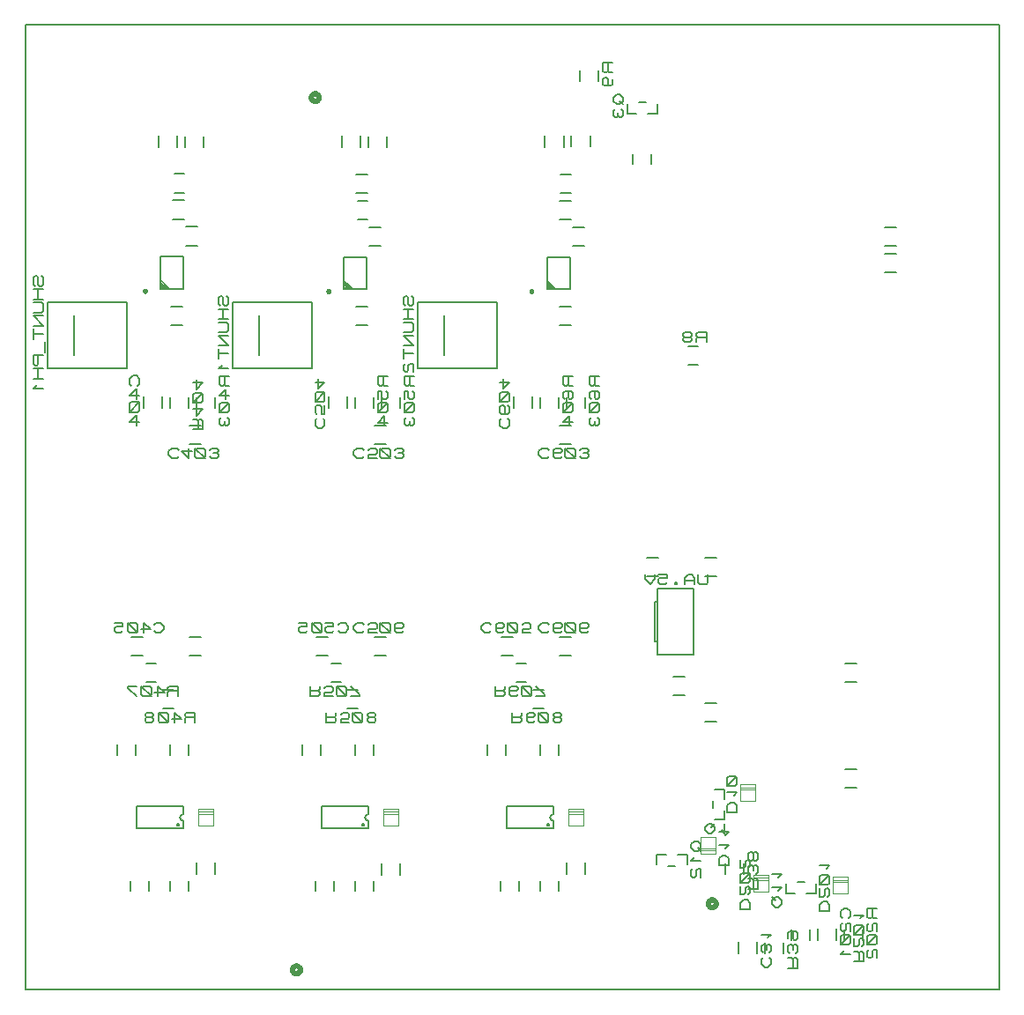
<source format=gbr>
G04 PROTEUS RS274X GERBER FILE*
%FSLAX45Y45*%
%MOMM*%
G01*
%ADD20C,0.203200*%
%ADD40C,0.200000*%
%ADD42C,0.101600*%
%ADD43C,0.250000*%
%ADD44C,0.100000*%
%ADD21C,0.508000*%
D20*
X+552000Y+254000D02*
X+9906000Y+254000D01*
X+9906000Y+9525000D01*
X+552000Y+9525000D01*
X+552000Y+254000D01*
D40*
X+8922000Y+7403000D02*
X+8812000Y+7403000D01*
X+8922000Y+7583000D02*
X+8812000Y+7583000D01*
X+8922000Y+7149000D02*
X+8812000Y+7149000D01*
X+8922000Y+7329000D02*
X+8812000Y+7329000D01*
X+6567000Y+8287000D02*
X+6567000Y+8187000D01*
X+6387000Y+8287000D02*
X+6387000Y+8187000D01*
X+8541000Y+3212000D02*
X+8431000Y+3212000D01*
X+8541000Y+3392000D02*
X+8431000Y+3392000D01*
X+8541000Y+2196000D02*
X+8431000Y+2196000D01*
X+8541000Y+2376000D02*
X+8431000Y+2376000D01*
X+7080000Y+3011000D02*
X+7190000Y+3011000D01*
X+7080000Y+2831000D02*
X+7190000Y+2831000D01*
X+6636000Y+4228000D02*
X+6526000Y+4228000D01*
X+6636000Y+4408000D02*
X+6526000Y+4408000D01*
X+7080000Y+4408000D02*
X+7190000Y+4408000D01*
X+7080000Y+4228000D02*
X+7190000Y+4228000D01*
X+6890000Y+3085000D02*
X+6780000Y+3085000D01*
X+6890000Y+3265000D02*
X+6780000Y+3265000D01*
D20*
X+2540000Y+6223000D02*
X+3302000Y+6223000D01*
X+3302000Y+6858000D01*
X+2540000Y+6858000D01*
X+2540000Y+6223000D01*
X+2794000Y+6731000D02*
X+2794000Y+6350000D01*
X+2484120Y+6921500D02*
X+2499360Y+6905625D01*
X+2499360Y+6842125D01*
X+2484120Y+6826250D01*
X+2468880Y+6826250D01*
X+2453640Y+6842125D01*
X+2453640Y+6905625D01*
X+2438400Y+6921500D01*
X+2423160Y+6921500D01*
X+2407920Y+6905625D01*
X+2407920Y+6842125D01*
X+2423160Y+6826250D01*
X+2499360Y+6794500D02*
X+2407920Y+6794500D01*
X+2407920Y+6699250D02*
X+2499360Y+6699250D01*
X+2453640Y+6794500D02*
X+2453640Y+6699250D01*
X+2407920Y+6667500D02*
X+2484120Y+6667500D01*
X+2499360Y+6651625D01*
X+2499360Y+6588125D01*
X+2484120Y+6572250D01*
X+2407920Y+6572250D01*
X+2499360Y+6540500D02*
X+2407920Y+6540500D01*
X+2499360Y+6445250D01*
X+2407920Y+6445250D01*
X+2407920Y+6413500D02*
X+2407920Y+6318250D01*
X+2407920Y+6365875D02*
X+2499360Y+6365875D01*
X+2438400Y+6254750D02*
X+2407920Y+6223000D01*
X+2499360Y+6223000D01*
X+4318000Y+6223000D02*
X+5080000Y+6223000D01*
X+5080000Y+6858000D01*
X+4318000Y+6858000D01*
X+4318000Y+6223000D01*
X+4572000Y+6731000D02*
X+4572000Y+6350000D01*
X+4262120Y+6921500D02*
X+4277360Y+6905625D01*
X+4277360Y+6842125D01*
X+4262120Y+6826250D01*
X+4246880Y+6826250D01*
X+4231640Y+6842125D01*
X+4231640Y+6905625D01*
X+4216400Y+6921500D01*
X+4201160Y+6921500D01*
X+4185920Y+6905625D01*
X+4185920Y+6842125D01*
X+4201160Y+6826250D01*
X+4277360Y+6794500D02*
X+4185920Y+6794500D01*
X+4185920Y+6699250D02*
X+4277360Y+6699250D01*
X+4231640Y+6794500D02*
X+4231640Y+6699250D01*
X+4185920Y+6667500D02*
X+4262120Y+6667500D01*
X+4277360Y+6651625D01*
X+4277360Y+6588125D01*
X+4262120Y+6572250D01*
X+4185920Y+6572250D01*
X+4277360Y+6540500D02*
X+4185920Y+6540500D01*
X+4277360Y+6445250D01*
X+4185920Y+6445250D01*
X+4185920Y+6413500D02*
X+4185920Y+6318250D01*
X+4185920Y+6365875D02*
X+4277360Y+6365875D01*
X+4201160Y+6270625D02*
X+4185920Y+6254750D01*
X+4185920Y+6207125D01*
X+4201160Y+6191250D01*
X+4216400Y+6191250D01*
X+4231640Y+6207125D01*
X+4231640Y+6254750D01*
X+4246880Y+6270625D01*
X+4277360Y+6270625D01*
X+4277360Y+6191250D01*
X+762000Y+6223000D02*
X+1524000Y+6223000D01*
X+1524000Y+6858000D01*
X+762000Y+6858000D01*
X+762000Y+6223000D01*
X+1016000Y+6731000D02*
X+1016000Y+6350000D01*
X+706120Y+7112000D02*
X+721360Y+7096125D01*
X+721360Y+7032625D01*
X+706120Y+7016750D01*
X+690880Y+7016750D01*
X+675640Y+7032625D01*
X+675640Y+7096125D01*
X+660400Y+7112000D01*
X+645160Y+7112000D01*
X+629920Y+7096125D01*
X+629920Y+7032625D01*
X+645160Y+7016750D01*
X+721360Y+6985000D02*
X+629920Y+6985000D01*
X+629920Y+6889750D02*
X+721360Y+6889750D01*
X+675640Y+6985000D02*
X+675640Y+6889750D01*
X+629920Y+6858000D02*
X+706120Y+6858000D01*
X+721360Y+6842125D01*
X+721360Y+6778625D01*
X+706120Y+6762750D01*
X+629920Y+6762750D01*
X+721360Y+6731000D02*
X+629920Y+6731000D01*
X+721360Y+6635750D01*
X+629920Y+6635750D01*
X+629920Y+6604000D02*
X+629920Y+6508750D01*
X+629920Y+6556375D02*
X+721360Y+6556375D01*
X+736600Y+6477000D02*
X+736600Y+6381750D01*
X+721360Y+6350000D02*
X+629920Y+6350000D01*
X+629920Y+6270625D01*
X+645160Y+6254750D01*
X+660400Y+6254750D01*
X+675640Y+6270625D01*
X+675640Y+6350000D01*
X+721360Y+6223000D02*
X+629920Y+6223000D01*
X+629920Y+6127750D02*
X+721360Y+6127750D01*
X+675640Y+6223000D02*
X+675640Y+6127750D01*
X+660400Y+6064250D02*
X+629920Y+6032500D01*
X+721360Y+6032500D01*
D40*
X+2237000Y+3466000D02*
X+2127000Y+3466000D01*
X+2237000Y+3646000D02*
X+2127000Y+3646000D01*
D20*
X+2065020Y+1803400D02*
X+2065020Y+1884362D01*
X+2054399Y+1886444D01*
X+2045833Y+1892164D01*
X+2040114Y+1900729D01*
X+2038032Y+1911350D01*
X+2065020Y+1938338D02*
X+2054399Y+1936256D01*
X+2045833Y+1930536D01*
X+2040114Y+1921971D01*
X+2038032Y+1911350D01*
X+2065020Y+1938338D02*
X+2065020Y+2019300D01*
X+1617980Y+1879600D02*
X+1617980Y+1943100D01*
X+2032000Y+1803400D02*
X+1651000Y+1803400D01*
X+2032000Y+2019300D02*
X+1651000Y+2019300D01*
X+2032000Y+1803400D02*
X+2065020Y+1803400D01*
X+2065020Y+2019300D02*
X+2032000Y+2019300D01*
X+1617980Y+1943100D02*
X+1617980Y+2019300D01*
X+1651000Y+2019300D01*
X+1651000Y+1803400D02*
X+1617980Y+1803400D01*
X+1617980Y+1879600D01*
X+2025904Y+1838960D02*
X+2025869Y+1839805D01*
X+2025582Y+1841496D01*
X+2024983Y+1843187D01*
X+2024003Y+1844878D01*
X+2022503Y+1846546D01*
X+2020812Y+1847766D01*
X+2019121Y+1848542D01*
X+2017430Y+1848979D01*
X+2015744Y+1849120D01*
X+2005584Y+1838960D02*
X+2005619Y+1839805D01*
X+2005906Y+1841496D01*
X+2006505Y+1843187D01*
X+2007485Y+1844878D01*
X+2008985Y+1846546D01*
X+2010676Y+1847766D01*
X+2012367Y+1848542D01*
X+2014058Y+1848979D01*
X+2015744Y+1849120D01*
X+2005584Y+1838960D02*
X+2005619Y+1838115D01*
X+2005906Y+1836424D01*
X+2006505Y+1834733D01*
X+2007485Y+1833042D01*
X+2008985Y+1831374D01*
X+2010676Y+1830154D01*
X+2012367Y+1829378D01*
X+2014058Y+1828941D01*
X+2015744Y+1828800D01*
X+2025904Y+1838960D02*
X+2025869Y+1838115D01*
X+2025582Y+1836424D01*
X+2024983Y+1834733D01*
X+2024003Y+1833042D01*
X+2022503Y+1831374D01*
X+2020812Y+1830154D01*
X+2019121Y+1829378D01*
X+2017430Y+1828941D01*
X+2015744Y+1828800D01*
D40*
X+2376000Y+1475000D02*
X+2376000Y+1365000D01*
X+2196000Y+1475000D02*
X+2196000Y+1365000D01*
D42*
X+2216000Y+1964590D02*
X+2356000Y+1964590D01*
X+2216000Y+1944590D02*
X+2356000Y+1944590D01*
X+2216000Y+1834590D02*
X+2356000Y+1834590D01*
X+2356000Y+1994590D01*
X+2216000Y+1994590D01*
X+2216000Y+1834590D01*
D40*
X+2122000Y+2608000D02*
X+2122000Y+2508000D01*
X+1942000Y+2608000D02*
X+1942000Y+2508000D01*
X+1614000Y+2608000D02*
X+1614000Y+2508000D01*
X+1434000Y+2608000D02*
X+1434000Y+2508000D01*
D43*
X+1713500Y+6969500D02*
X+1713457Y+6970539D01*
X+1713105Y+6972618D01*
X+1712368Y+6974697D01*
X+1711164Y+6976776D01*
X+1709323Y+6978826D01*
X+1707244Y+6980329D01*
X+1705165Y+6981286D01*
X+1703086Y+6981825D01*
X+1701007Y+6982000D01*
X+1701000Y+6982000D01*
X+1688500Y+6969500D02*
X+1688543Y+6970539D01*
X+1688895Y+6972618D01*
X+1689632Y+6974697D01*
X+1690836Y+6976776D01*
X+1692677Y+6978826D01*
X+1694756Y+6980329D01*
X+1696835Y+6981286D01*
X+1698914Y+6981825D01*
X+1700993Y+6982000D01*
X+1701000Y+6982000D01*
X+1688500Y+6969500D02*
X+1688543Y+6968461D01*
X+1688895Y+6966382D01*
X+1689632Y+6964303D01*
X+1690836Y+6962224D01*
X+1692677Y+6960174D01*
X+1694756Y+6958671D01*
X+1696835Y+6957714D01*
X+1698914Y+6957175D01*
X+1700993Y+6957000D01*
X+1701000Y+6957000D01*
X+1713500Y+6969500D02*
X+1713457Y+6968461D01*
X+1713105Y+6966382D01*
X+1712368Y+6964303D01*
X+1711164Y+6962224D01*
X+1709323Y+6960174D01*
X+1707244Y+6958671D01*
X+1705165Y+6957714D01*
X+1703086Y+6957175D01*
X+1701007Y+6957000D01*
X+1701000Y+6957000D01*
D40*
X+1851000Y+7299500D02*
X+2071000Y+7299500D01*
X+2071000Y+6989500D01*
X+1851000Y+6989500D01*
X+1851000Y+7299500D01*
D44*
X+1851000Y+6999500D02*
X+1861000Y+6989500D01*
X+1851000Y+7009500D02*
X+1871000Y+6989500D01*
X+1851000Y+7019500D02*
X+1881000Y+6989500D01*
X+1851000Y+7029500D02*
X+1891000Y+6989500D01*
X+1851000Y+7039500D02*
X+1901000Y+6989500D01*
X+1851000Y+7049500D02*
X+1911000Y+6989500D01*
X+1851000Y+7059500D02*
X+1921000Y+6989500D01*
X+1851000Y+7069500D02*
X+1931000Y+6989500D01*
X+1851000Y+7079500D02*
X+1941000Y+6989500D01*
D40*
X+1971000Y+7840000D02*
X+2081000Y+7840000D01*
X+1971000Y+7660000D02*
X+2081000Y+7660000D01*
X+1954000Y+6821000D02*
X+2064000Y+6821000D01*
X+1954000Y+6641000D02*
X+2064000Y+6641000D01*
X+1832000Y+8353000D02*
X+1832000Y+8463000D01*
X+2012000Y+8353000D02*
X+2012000Y+8463000D01*
X+2098000Y+7586000D02*
X+2208000Y+7586000D01*
X+2098000Y+7406000D02*
X+2208000Y+7406000D01*
X+2266000Y+8453000D02*
X+2266000Y+8353000D01*
X+2086000Y+8453000D02*
X+2086000Y+8353000D01*
X+1981000Y+8094000D02*
X+2081000Y+8094000D01*
X+1981000Y+7914000D02*
X+2081000Y+7914000D01*
D20*
X+3843020Y+1803400D02*
X+3843020Y+1884362D01*
X+3832399Y+1886444D01*
X+3823833Y+1892164D01*
X+3818114Y+1900729D01*
X+3816032Y+1911350D01*
X+3843020Y+1938338D02*
X+3832399Y+1936256D01*
X+3823833Y+1930536D01*
X+3818114Y+1921971D01*
X+3816032Y+1911350D01*
X+3843020Y+1938338D02*
X+3843020Y+2019300D01*
X+3395980Y+1879600D02*
X+3395980Y+1943100D01*
X+3810000Y+1803400D02*
X+3429000Y+1803400D01*
X+3810000Y+2019300D02*
X+3429000Y+2019300D01*
X+3810000Y+1803400D02*
X+3843020Y+1803400D01*
X+3843020Y+2019300D02*
X+3810000Y+2019300D01*
X+3395980Y+1943100D02*
X+3395980Y+2019300D01*
X+3429000Y+2019300D01*
X+3429000Y+1803400D02*
X+3395980Y+1803400D01*
X+3395980Y+1879600D01*
X+3803904Y+1838960D02*
X+3803869Y+1839805D01*
X+3803582Y+1841496D01*
X+3802983Y+1843187D01*
X+3802003Y+1844878D01*
X+3800503Y+1846546D01*
X+3798812Y+1847766D01*
X+3797121Y+1848542D01*
X+3795430Y+1848979D01*
X+3793744Y+1849120D01*
X+3783584Y+1838960D02*
X+3783619Y+1839805D01*
X+3783906Y+1841496D01*
X+3784505Y+1843187D01*
X+3785485Y+1844878D01*
X+3786985Y+1846546D01*
X+3788676Y+1847766D01*
X+3790367Y+1848542D01*
X+3792058Y+1848979D01*
X+3793744Y+1849120D01*
X+3783584Y+1838960D02*
X+3783619Y+1838115D01*
X+3783906Y+1836424D01*
X+3784505Y+1834733D01*
X+3785485Y+1833042D01*
X+3786985Y+1831374D01*
X+3788676Y+1830154D01*
X+3790367Y+1829378D01*
X+3792058Y+1828941D01*
X+3793744Y+1828800D01*
X+3803904Y+1838960D02*
X+3803869Y+1838115D01*
X+3803582Y+1836424D01*
X+3802983Y+1834733D01*
X+3802003Y+1833042D01*
X+3800503Y+1831374D01*
X+3798812Y+1830154D01*
X+3797121Y+1829378D01*
X+3795430Y+1828941D01*
X+3793744Y+1828800D01*
D40*
X+3900000Y+2608000D02*
X+3900000Y+2508000D01*
X+3720000Y+2608000D02*
X+3720000Y+2508000D01*
X+3392000Y+2608000D02*
X+3392000Y+2508000D01*
X+3212000Y+2608000D02*
X+3212000Y+2508000D01*
X+4154000Y+1466707D02*
X+4154000Y+1356707D01*
X+3974000Y+1466707D02*
X+3974000Y+1356707D01*
D42*
X+3994000Y+1964590D02*
X+4134000Y+1964590D01*
X+3994000Y+1944590D02*
X+4134000Y+1944590D01*
X+3994000Y+1834590D02*
X+4134000Y+1834590D01*
X+4134000Y+1994590D01*
X+3994000Y+1994590D01*
X+3994000Y+1834590D01*
X+5772000Y+1964590D02*
X+5912000Y+1964590D01*
X+5772000Y+1944590D02*
X+5912000Y+1944590D01*
X+5772000Y+1834590D02*
X+5912000Y+1834590D01*
X+5912000Y+1994590D01*
X+5772000Y+1994590D01*
X+5772000Y+1834590D01*
D20*
X+5621020Y+1803400D02*
X+5621020Y+1884362D01*
X+5610399Y+1886444D01*
X+5601833Y+1892164D01*
X+5596114Y+1900729D01*
X+5594032Y+1911350D01*
X+5621020Y+1938338D02*
X+5610399Y+1936256D01*
X+5601833Y+1930536D01*
X+5596114Y+1921971D01*
X+5594032Y+1911350D01*
X+5621020Y+1938338D02*
X+5621020Y+2019300D01*
X+5173980Y+1879600D02*
X+5173980Y+1943100D01*
X+5588000Y+1803400D02*
X+5207000Y+1803400D01*
X+5588000Y+2019300D02*
X+5207000Y+2019300D01*
X+5588000Y+1803400D02*
X+5621020Y+1803400D01*
X+5621020Y+2019300D02*
X+5588000Y+2019300D01*
X+5173980Y+1943100D02*
X+5173980Y+2019300D01*
X+5207000Y+2019300D01*
X+5207000Y+1803400D02*
X+5173980Y+1803400D01*
X+5173980Y+1879600D01*
X+5581904Y+1838960D02*
X+5581869Y+1839805D01*
X+5581582Y+1841496D01*
X+5580983Y+1843187D01*
X+5580003Y+1844878D01*
X+5578503Y+1846546D01*
X+5576812Y+1847766D01*
X+5575121Y+1848542D01*
X+5573430Y+1848979D01*
X+5571744Y+1849120D01*
X+5561584Y+1838960D02*
X+5561619Y+1839805D01*
X+5561906Y+1841496D01*
X+5562505Y+1843187D01*
X+5563485Y+1844878D01*
X+5564985Y+1846546D01*
X+5566676Y+1847766D01*
X+5568367Y+1848542D01*
X+5570058Y+1848979D01*
X+5571744Y+1849120D01*
X+5561584Y+1838960D02*
X+5561619Y+1838115D01*
X+5561906Y+1836424D01*
X+5562505Y+1834733D01*
X+5563485Y+1833042D01*
X+5564985Y+1831374D01*
X+5566676Y+1830154D01*
X+5568367Y+1829378D01*
X+5570058Y+1828941D01*
X+5571744Y+1828800D01*
X+5581904Y+1838960D02*
X+5581869Y+1838115D01*
X+5581582Y+1836424D01*
X+5580983Y+1834733D01*
X+5580003Y+1833042D01*
X+5578503Y+1831374D01*
X+5576812Y+1830154D01*
X+5575121Y+1829378D01*
X+5573430Y+1828941D01*
X+5571744Y+1828800D01*
D40*
X+5932000Y+1475000D02*
X+5932000Y+1365000D01*
X+5752000Y+1475000D02*
X+5752000Y+1365000D01*
X+5678000Y+2608000D02*
X+5678000Y+2508000D01*
X+5498000Y+2608000D02*
X+5498000Y+2508000D01*
X+5170000Y+2608000D02*
X+5170000Y+2508000D01*
X+4990000Y+2608000D02*
X+4990000Y+2508000D01*
D43*
X+3474500Y+6966500D02*
X+3474457Y+6967539D01*
X+3474105Y+6969618D01*
X+3473368Y+6971697D01*
X+3472164Y+6973776D01*
X+3470323Y+6975826D01*
X+3468244Y+6977329D01*
X+3466165Y+6978286D01*
X+3464086Y+6978825D01*
X+3462007Y+6979000D01*
X+3462000Y+6979000D01*
X+3449500Y+6966500D02*
X+3449543Y+6967539D01*
X+3449895Y+6969618D01*
X+3450632Y+6971697D01*
X+3451836Y+6973776D01*
X+3453677Y+6975826D01*
X+3455756Y+6977329D01*
X+3457835Y+6978286D01*
X+3459914Y+6978825D01*
X+3461993Y+6979000D01*
X+3462000Y+6979000D01*
X+3449500Y+6966500D02*
X+3449543Y+6965461D01*
X+3449895Y+6963382D01*
X+3450632Y+6961303D01*
X+3451836Y+6959224D01*
X+3453677Y+6957174D01*
X+3455756Y+6955671D01*
X+3457835Y+6954714D01*
X+3459914Y+6954175D01*
X+3461993Y+6954000D01*
X+3462000Y+6954000D01*
X+3474500Y+6966500D02*
X+3474457Y+6965461D01*
X+3474105Y+6963382D01*
X+3473368Y+6961303D01*
X+3472164Y+6959224D01*
X+3470323Y+6957174D01*
X+3468244Y+6955671D01*
X+3466165Y+6954714D01*
X+3464086Y+6954175D01*
X+3462007Y+6954000D01*
X+3462000Y+6954000D01*
D40*
X+3612000Y+7296500D02*
X+3832000Y+7296500D01*
X+3832000Y+6986500D01*
X+3612000Y+6986500D01*
X+3612000Y+7296500D01*
D44*
X+3612000Y+6996500D02*
X+3622000Y+6986500D01*
X+3612000Y+7006500D02*
X+3632000Y+6986500D01*
X+3612000Y+7016500D02*
X+3642000Y+6986500D01*
X+3612000Y+7026500D02*
X+3652000Y+6986500D01*
X+3612000Y+7036500D02*
X+3662000Y+6986500D01*
X+3612000Y+7046500D02*
X+3672000Y+6986500D01*
X+3612000Y+7056500D02*
X+3682000Y+6986500D01*
X+3612000Y+7066500D02*
X+3692000Y+6986500D01*
X+3612000Y+7076500D02*
X+3702000Y+6986500D01*
D43*
X+5425500Y+6966500D02*
X+5425457Y+6967539D01*
X+5425105Y+6969618D01*
X+5424368Y+6971697D01*
X+5423164Y+6973776D01*
X+5421323Y+6975826D01*
X+5419244Y+6977329D01*
X+5417165Y+6978286D01*
X+5415086Y+6978825D01*
X+5413007Y+6979000D01*
X+5413000Y+6979000D01*
X+5400500Y+6966500D02*
X+5400543Y+6967539D01*
X+5400895Y+6969618D01*
X+5401632Y+6971697D01*
X+5402836Y+6973776D01*
X+5404677Y+6975826D01*
X+5406756Y+6977329D01*
X+5408835Y+6978286D01*
X+5410914Y+6978825D01*
X+5412993Y+6979000D01*
X+5413000Y+6979000D01*
X+5400500Y+6966500D02*
X+5400543Y+6965461D01*
X+5400895Y+6963382D01*
X+5401632Y+6961303D01*
X+5402836Y+6959224D01*
X+5404677Y+6957174D01*
X+5406756Y+6955671D01*
X+5408835Y+6954714D01*
X+5410914Y+6954175D01*
X+5412993Y+6954000D01*
X+5413000Y+6954000D01*
X+5425500Y+6966500D02*
X+5425457Y+6965461D01*
X+5425105Y+6963382D01*
X+5424368Y+6961303D01*
X+5423164Y+6959224D01*
X+5421323Y+6957174D01*
X+5419244Y+6955671D01*
X+5417165Y+6954714D01*
X+5415086Y+6954175D01*
X+5413007Y+6954000D01*
X+5413000Y+6954000D01*
D40*
X+5563000Y+7296500D02*
X+5783000Y+7296500D01*
X+5783000Y+6986500D01*
X+5563000Y+6986500D01*
X+5563000Y+7296500D01*
D44*
X+5563000Y+6996500D02*
X+5573000Y+6986500D01*
X+5563000Y+7006500D02*
X+5583000Y+6986500D01*
X+5563000Y+7016500D02*
X+5593000Y+6986500D01*
X+5563000Y+7026500D02*
X+5603000Y+6986500D01*
X+5563000Y+7036500D02*
X+5613000Y+6986500D01*
X+5563000Y+7046500D02*
X+5623000Y+6986500D01*
X+5563000Y+7056500D02*
X+5633000Y+6986500D01*
X+5563000Y+7066500D02*
X+5643000Y+6986500D01*
X+5563000Y+7076500D02*
X+5653000Y+6986500D01*
D40*
X+3593000Y+8350000D02*
X+3593000Y+8460000D01*
X+3773000Y+8350000D02*
X+3773000Y+8460000D01*
X+3859000Y+7583000D02*
X+3969000Y+7583000D01*
X+3859000Y+7403000D02*
X+3969000Y+7403000D01*
X+3732000Y+8091000D02*
X+3842000Y+8091000D01*
X+3732000Y+7911000D02*
X+3842000Y+7911000D01*
X+3732000Y+6821000D02*
X+3842000Y+6821000D01*
X+3732000Y+6641000D02*
X+3842000Y+6641000D01*
X+4027000Y+8450000D02*
X+4027000Y+8350000D01*
X+3847000Y+8450000D02*
X+3847000Y+8350000D01*
X+3742000Y+7837000D02*
X+3842000Y+7837000D01*
X+3742000Y+7657000D02*
X+3842000Y+7657000D01*
X+5544000Y+8350000D02*
X+5544000Y+8460000D01*
X+5724000Y+8350000D02*
X+5724000Y+8460000D01*
X+5810000Y+7583000D02*
X+5920000Y+7583000D01*
X+5810000Y+7403000D02*
X+5920000Y+7403000D01*
X+5683000Y+7837000D02*
X+5793000Y+7837000D01*
X+5683000Y+7657000D02*
X+5793000Y+7657000D01*
X+5683000Y+6821000D02*
X+5793000Y+6821000D01*
X+5683000Y+6641000D02*
X+5793000Y+6641000D01*
X+5978000Y+8460000D02*
X+5978000Y+8360000D01*
X+5798000Y+8460000D02*
X+5798000Y+8360000D01*
X+5693000Y+8091000D02*
X+5793000Y+8091000D01*
X+5693000Y+7911000D02*
X+5793000Y+7911000D01*
X+5678000Y+1302000D02*
X+5678000Y+1202000D01*
X+5498000Y+1302000D02*
X+5498000Y+1202000D01*
X+5297000Y+1302000D02*
X+5297000Y+1202000D01*
X+5117000Y+1302000D02*
X+5117000Y+1202000D01*
X+3900000Y+1302000D02*
X+3900000Y+1202000D01*
X+3720000Y+1302000D02*
X+3720000Y+1202000D01*
X+3519000Y+1302000D02*
X+3519000Y+1202000D01*
X+3339000Y+1302000D02*
X+3339000Y+1202000D01*
X+2122000Y+1302000D02*
X+2122000Y+1202000D01*
X+1942000Y+1302000D02*
X+1942000Y+1202000D01*
X+1741000Y+1302000D02*
X+1741000Y+1202000D01*
X+1561000Y+1302000D02*
X+1561000Y+1202000D01*
D21*
X+3194100Y+444500D02*
X+3193969Y+447658D01*
X+3192903Y+453976D01*
X+3190672Y+460294D01*
X+3187027Y+466612D01*
X+3181452Y+472851D01*
X+3175134Y+477447D01*
X+3168816Y+480380D01*
X+3162498Y+482042D01*
X+3156180Y+482600D01*
X+3156000Y+482600D01*
X+3117900Y+444500D02*
X+3118031Y+447658D01*
X+3119097Y+453976D01*
X+3121328Y+460294D01*
X+3124973Y+466612D01*
X+3130548Y+472851D01*
X+3136866Y+477447D01*
X+3143184Y+480380D01*
X+3149502Y+482042D01*
X+3155820Y+482600D01*
X+3156000Y+482600D01*
X+3117900Y+444500D02*
X+3118031Y+441342D01*
X+3119097Y+435024D01*
X+3121328Y+428706D01*
X+3124973Y+422388D01*
X+3130548Y+416149D01*
X+3136866Y+411553D01*
X+3143184Y+408620D01*
X+3149502Y+406958D01*
X+3155820Y+406400D01*
X+3156000Y+406400D01*
X+3194100Y+444500D02*
X+3193969Y+441342D01*
X+3192903Y+435024D01*
X+3190672Y+428706D01*
X+3187027Y+422388D01*
X+3181452Y+416149D01*
X+3175134Y+411553D01*
X+3168816Y+408620D01*
X+3162498Y+406958D01*
X+3156180Y+406400D01*
X+3156000Y+406400D01*
X+3375100Y+8826500D02*
X+3374969Y+8829658D01*
X+3373903Y+8835976D01*
X+3371672Y+8842294D01*
X+3368027Y+8848612D01*
X+3362452Y+8854851D01*
X+3356134Y+8859447D01*
X+3349816Y+8862380D01*
X+3343498Y+8864042D01*
X+3337180Y+8864600D01*
X+3337000Y+8864600D01*
X+3298900Y+8826500D02*
X+3299031Y+8829658D01*
X+3300097Y+8835976D01*
X+3302328Y+8842294D01*
X+3305973Y+8848612D01*
X+3311548Y+8854851D01*
X+3317866Y+8859447D01*
X+3324184Y+8862380D01*
X+3330502Y+8864042D01*
X+3336820Y+8864600D01*
X+3337000Y+8864600D01*
X+3298900Y+8826500D02*
X+3299031Y+8823342D01*
X+3300097Y+8817024D01*
X+3302328Y+8810706D01*
X+3305973Y+8804388D01*
X+3311548Y+8798149D01*
X+3317866Y+8793553D01*
X+3324184Y+8790620D01*
X+3330502Y+8788958D01*
X+3336820Y+8788400D01*
X+3337000Y+8788400D01*
X+3375100Y+8826500D02*
X+3374969Y+8823342D01*
X+3373903Y+8817024D01*
X+3371672Y+8810706D01*
X+3368027Y+8804388D01*
X+3362452Y+8798149D01*
X+3356134Y+8793553D01*
X+3349816Y+8790620D01*
X+3343498Y+8788958D01*
X+3337180Y+8788400D01*
X+3337000Y+8788400D01*
X+7188100Y+1079500D02*
X+7187969Y+1082658D01*
X+7186903Y+1088976D01*
X+7184672Y+1095294D01*
X+7181027Y+1101612D01*
X+7175452Y+1107851D01*
X+7169134Y+1112447D01*
X+7162816Y+1115380D01*
X+7156498Y+1117042D01*
X+7150180Y+1117600D01*
X+7150000Y+1117600D01*
X+7111900Y+1079500D02*
X+7112031Y+1082658D01*
X+7113097Y+1088976D01*
X+7115328Y+1095294D01*
X+7118973Y+1101612D01*
X+7124548Y+1107851D01*
X+7130866Y+1112447D01*
X+7137184Y+1115380D01*
X+7143502Y+1117042D01*
X+7149820Y+1117600D01*
X+7150000Y+1117600D01*
X+7111900Y+1079500D02*
X+7112031Y+1076342D01*
X+7113097Y+1070024D01*
X+7115328Y+1063706D01*
X+7118973Y+1057388D01*
X+7124548Y+1051149D01*
X+7130866Y+1046553D01*
X+7137184Y+1043620D01*
X+7143502Y+1041958D01*
X+7149820Y+1041400D01*
X+7150000Y+1041400D01*
X+7188100Y+1079500D02*
X+7187969Y+1076342D01*
X+7186903Y+1070024D01*
X+7184672Y+1063706D01*
X+7181027Y+1057388D01*
X+7175452Y+1051149D01*
X+7169134Y+1046553D01*
X+7162816Y+1043620D01*
X+7156498Y+1041958D01*
X+7150180Y+1041400D01*
X+7150000Y+1041400D01*
D40*
X+2127000Y+5678000D02*
X+2237000Y+5678000D01*
X+2127000Y+5498000D02*
X+2237000Y+5498000D01*
D20*
X+2023250Y+5442280D02*
X+2007375Y+5457520D01*
X+1959750Y+5457520D01*
X+1928000Y+5427040D01*
X+1928000Y+5396560D01*
X+1959750Y+5366080D01*
X+2007375Y+5366080D01*
X+2023250Y+5381320D01*
X+2150250Y+5427040D02*
X+2055000Y+5427040D01*
X+2118500Y+5366080D01*
X+2118500Y+5457520D01*
X+2182000Y+5442280D02*
X+2182000Y+5381320D01*
X+2197875Y+5366080D01*
X+2261375Y+5366080D01*
X+2277250Y+5381320D01*
X+2277250Y+5442280D01*
X+2261375Y+5457520D01*
X+2197875Y+5457520D01*
X+2182000Y+5442280D01*
X+2182000Y+5457520D02*
X+2277250Y+5366080D01*
X+2324875Y+5381320D02*
X+2340750Y+5366080D01*
X+2388375Y+5366080D01*
X+2404250Y+5381320D01*
X+2404250Y+5396560D01*
X+2388375Y+5411800D01*
X+2404250Y+5427040D01*
X+2404250Y+5442280D01*
X+2388375Y+5457520D01*
X+2340750Y+5457520D01*
X+2324875Y+5442280D01*
X+2356625Y+5411800D02*
X+2388375Y+5411800D01*
D40*
X+1683000Y+3466000D02*
X+1573000Y+3466000D01*
X+1683000Y+3646000D02*
X+1573000Y+3646000D01*
D20*
X+1786750Y+3701720D02*
X+1802625Y+3686480D01*
X+1850250Y+3686480D01*
X+1882000Y+3716960D01*
X+1882000Y+3747440D01*
X+1850250Y+3777920D01*
X+1802625Y+3777920D01*
X+1786750Y+3762680D01*
X+1659750Y+3716960D02*
X+1755000Y+3716960D01*
X+1691500Y+3777920D01*
X+1691500Y+3686480D01*
X+1628000Y+3701720D02*
X+1628000Y+3762680D01*
X+1612125Y+3777920D01*
X+1548625Y+3777920D01*
X+1532750Y+3762680D01*
X+1532750Y+3701720D01*
X+1548625Y+3686480D01*
X+1612125Y+3686480D01*
X+1628000Y+3701720D01*
X+1628000Y+3686480D02*
X+1532750Y+3777920D01*
X+1405750Y+3777920D02*
X+1485125Y+3777920D01*
X+1485125Y+3747440D01*
X+1421625Y+3747440D01*
X+1405750Y+3732200D01*
X+1405750Y+3701720D01*
X+1421625Y+3686480D01*
X+1469250Y+3686480D01*
X+1485125Y+3701720D01*
D40*
X+2196000Y+5846000D02*
X+2196000Y+5946000D01*
X+2376000Y+5846000D02*
X+2376000Y+5946000D01*
D20*
X+2507920Y+6150000D02*
X+2416480Y+6150000D01*
X+2416480Y+6070625D01*
X+2431720Y+6054750D01*
X+2446960Y+6054750D01*
X+2462200Y+6070625D01*
X+2462200Y+6150000D01*
X+2462200Y+6070625D02*
X+2477440Y+6054750D01*
X+2507920Y+6054750D01*
X+2477440Y+5927750D02*
X+2477440Y+6023000D01*
X+2416480Y+5959500D01*
X+2507920Y+5959500D01*
X+2492680Y+5896000D02*
X+2431720Y+5896000D01*
X+2416480Y+5880125D01*
X+2416480Y+5816625D01*
X+2431720Y+5800750D01*
X+2492680Y+5800750D01*
X+2507920Y+5816625D01*
X+2507920Y+5880125D01*
X+2492680Y+5896000D01*
X+2507920Y+5896000D02*
X+2416480Y+5800750D01*
X+2431720Y+5753125D02*
X+2416480Y+5737250D01*
X+2416480Y+5689625D01*
X+2431720Y+5673750D01*
X+2446960Y+5673750D01*
X+2462200Y+5689625D01*
X+2477440Y+5673750D01*
X+2492680Y+5673750D01*
X+2507920Y+5689625D01*
X+2507920Y+5737250D01*
X+2492680Y+5753125D01*
X+2462200Y+5721375D02*
X+2462200Y+5689625D01*
D40*
X+1710000Y+3392000D02*
X+1810000Y+3392000D01*
X+1710000Y+3212000D02*
X+1810000Y+3212000D01*
D20*
X+2014000Y+3080080D02*
X+2014000Y+3171520D01*
X+1934625Y+3171520D01*
X+1918750Y+3156280D01*
X+1918750Y+3141040D01*
X+1934625Y+3125800D01*
X+2014000Y+3125800D01*
X+1934625Y+3125800D02*
X+1918750Y+3110560D01*
X+1918750Y+3080080D01*
X+1791750Y+3110560D02*
X+1887000Y+3110560D01*
X+1823500Y+3171520D01*
X+1823500Y+3080080D01*
X+1760000Y+3095320D02*
X+1760000Y+3156280D01*
X+1744125Y+3171520D01*
X+1680625Y+3171520D01*
X+1664750Y+3156280D01*
X+1664750Y+3095320D01*
X+1680625Y+3080080D01*
X+1744125Y+3080080D01*
X+1760000Y+3095320D01*
X+1760000Y+3080080D02*
X+1664750Y+3171520D01*
X+1617125Y+3171520D02*
X+1537750Y+3171520D01*
X+1537750Y+3156280D01*
X+1617125Y+3080080D01*
D40*
X+1868000Y+5956000D02*
X+1868000Y+5846000D01*
X+1688000Y+5956000D02*
X+1688000Y+5846000D01*
D20*
X+1632280Y+6059750D02*
X+1647520Y+6075625D01*
X+1647520Y+6123250D01*
X+1617040Y+6155000D01*
X+1586560Y+6155000D01*
X+1556080Y+6123250D01*
X+1556080Y+6075625D01*
X+1571320Y+6059750D01*
X+1617040Y+5932750D02*
X+1617040Y+6028000D01*
X+1556080Y+5964500D01*
X+1647520Y+5964500D01*
X+1632280Y+5901000D02*
X+1571320Y+5901000D01*
X+1556080Y+5885125D01*
X+1556080Y+5821625D01*
X+1571320Y+5805750D01*
X+1632280Y+5805750D01*
X+1647520Y+5821625D01*
X+1647520Y+5885125D01*
X+1632280Y+5901000D01*
X+1647520Y+5901000D02*
X+1556080Y+5805750D01*
X+1617040Y+5678750D02*
X+1617040Y+5774000D01*
X+1556080Y+5710500D01*
X+1647520Y+5710500D01*
D40*
X+1942000Y+5846000D02*
X+1942000Y+5946000D01*
X+2122000Y+5846000D02*
X+2122000Y+5946000D01*
D20*
X+2162480Y+5642000D02*
X+2253920Y+5642000D01*
X+2253920Y+5721375D01*
X+2238680Y+5737250D01*
X+2223440Y+5737250D01*
X+2208200Y+5721375D01*
X+2208200Y+5642000D01*
X+2208200Y+5721375D02*
X+2192960Y+5737250D01*
X+2162480Y+5737250D01*
X+2192960Y+5864250D02*
X+2192960Y+5769000D01*
X+2253920Y+5832500D01*
X+2162480Y+5832500D01*
X+2177720Y+5896000D02*
X+2238680Y+5896000D01*
X+2253920Y+5911875D01*
X+2253920Y+5975375D01*
X+2238680Y+5991250D01*
X+2177720Y+5991250D01*
X+2162480Y+5975375D01*
X+2162480Y+5911875D01*
X+2177720Y+5896000D01*
X+2162480Y+5896000D02*
X+2253920Y+5991250D01*
X+2192960Y+6118250D02*
X+2192960Y+6023000D01*
X+2253920Y+6086500D01*
X+2162480Y+6086500D01*
D40*
X+1873000Y+3138000D02*
X+1973000Y+3138000D01*
X+1873000Y+2958000D02*
X+1973000Y+2958000D01*
D20*
X+2177000Y+2826080D02*
X+2177000Y+2917520D01*
X+2097625Y+2917520D01*
X+2081750Y+2902280D01*
X+2081750Y+2887040D01*
X+2097625Y+2871800D01*
X+2177000Y+2871800D01*
X+2097625Y+2871800D02*
X+2081750Y+2856560D01*
X+2081750Y+2826080D01*
X+1954750Y+2856560D02*
X+2050000Y+2856560D01*
X+1986500Y+2917520D01*
X+1986500Y+2826080D01*
X+1923000Y+2841320D02*
X+1923000Y+2902280D01*
X+1907125Y+2917520D01*
X+1843625Y+2917520D01*
X+1827750Y+2902280D01*
X+1827750Y+2841320D01*
X+1843625Y+2826080D01*
X+1907125Y+2826080D01*
X+1923000Y+2841320D01*
X+1923000Y+2826080D02*
X+1827750Y+2917520D01*
X+1764250Y+2871800D02*
X+1780125Y+2887040D01*
X+1780125Y+2902280D01*
X+1764250Y+2917520D01*
X+1716625Y+2917520D01*
X+1700750Y+2902280D01*
X+1700750Y+2887040D01*
X+1716625Y+2871800D01*
X+1764250Y+2871800D01*
X+1780125Y+2856560D01*
X+1780125Y+2841320D01*
X+1764250Y+2826080D01*
X+1716625Y+2826080D01*
X+1700750Y+2841320D01*
X+1700750Y+2856560D01*
X+1716625Y+2871800D01*
D40*
X+3488000Y+3392000D02*
X+3588000Y+3392000D01*
X+3488000Y+3212000D02*
X+3588000Y+3212000D01*
D20*
X+3284000Y+3171520D02*
X+3284000Y+3080080D01*
X+3363375Y+3080080D01*
X+3379250Y+3095320D01*
X+3379250Y+3110560D01*
X+3363375Y+3125800D01*
X+3284000Y+3125800D01*
X+3363375Y+3125800D02*
X+3379250Y+3141040D01*
X+3379250Y+3171520D01*
X+3506250Y+3080080D02*
X+3426875Y+3080080D01*
X+3426875Y+3110560D01*
X+3490375Y+3110560D01*
X+3506250Y+3125800D01*
X+3506250Y+3156280D01*
X+3490375Y+3171520D01*
X+3442750Y+3171520D01*
X+3426875Y+3156280D01*
X+3538000Y+3156280D02*
X+3538000Y+3095320D01*
X+3553875Y+3080080D01*
X+3617375Y+3080080D01*
X+3633250Y+3095320D01*
X+3633250Y+3156280D01*
X+3617375Y+3171520D01*
X+3553875Y+3171520D01*
X+3538000Y+3156280D01*
X+3538000Y+3171520D02*
X+3633250Y+3080080D01*
X+3680875Y+3080080D02*
X+3760250Y+3080080D01*
X+3760250Y+3095320D01*
X+3680875Y+3171520D01*
D40*
X+3905000Y+5678000D02*
X+4015000Y+5678000D01*
X+3905000Y+5498000D02*
X+4015000Y+5498000D01*
D20*
X+3801250Y+5442280D02*
X+3785375Y+5457520D01*
X+3737750Y+5457520D01*
X+3706000Y+5427040D01*
X+3706000Y+5396560D01*
X+3737750Y+5366080D01*
X+3785375Y+5366080D01*
X+3801250Y+5381320D01*
X+3928250Y+5366080D02*
X+3848875Y+5366080D01*
X+3848875Y+5396560D01*
X+3912375Y+5396560D01*
X+3928250Y+5411800D01*
X+3928250Y+5442280D01*
X+3912375Y+5457520D01*
X+3864750Y+5457520D01*
X+3848875Y+5442280D01*
X+3960000Y+5442280D02*
X+3960000Y+5381320D01*
X+3975875Y+5366080D01*
X+4039375Y+5366080D01*
X+4055250Y+5381320D01*
X+4055250Y+5442280D01*
X+4039375Y+5457520D01*
X+3975875Y+5457520D01*
X+3960000Y+5442280D01*
X+3960000Y+5457520D02*
X+4055250Y+5366080D01*
X+4102875Y+5381320D02*
X+4118750Y+5366080D01*
X+4166375Y+5366080D01*
X+4182250Y+5381320D01*
X+4182250Y+5396560D01*
X+4166375Y+5411800D01*
X+4182250Y+5427040D01*
X+4182250Y+5442280D01*
X+4166375Y+5457520D01*
X+4118750Y+5457520D01*
X+4102875Y+5442280D01*
X+4134625Y+5411800D02*
X+4166375Y+5411800D01*
D40*
X+3646226Y+5955774D02*
X+3646226Y+5845774D01*
X+3466226Y+5955774D02*
X+3466226Y+5845774D01*
D20*
X+3349546Y+5742024D02*
X+3334306Y+5726149D01*
X+3334306Y+5678524D01*
X+3364786Y+5646774D01*
X+3395266Y+5646774D01*
X+3425746Y+5678524D01*
X+3425746Y+5726149D01*
X+3410506Y+5742024D01*
X+3425746Y+5869024D02*
X+3425746Y+5789649D01*
X+3395266Y+5789649D01*
X+3395266Y+5853149D01*
X+3380026Y+5869024D01*
X+3349546Y+5869024D01*
X+3334306Y+5853149D01*
X+3334306Y+5805524D01*
X+3349546Y+5789649D01*
X+3349546Y+5900774D02*
X+3410506Y+5900774D01*
X+3425746Y+5916649D01*
X+3425746Y+5980149D01*
X+3410506Y+5996024D01*
X+3349546Y+5996024D01*
X+3334306Y+5980149D01*
X+3334306Y+5916649D01*
X+3349546Y+5900774D01*
X+3334306Y+5900774D02*
X+3425746Y+5996024D01*
X+3364786Y+6123024D02*
X+3364786Y+6027774D01*
X+3425746Y+6091274D01*
X+3334306Y+6091274D01*
D40*
X+3455255Y+3466000D02*
X+3345255Y+3466000D01*
X+3455255Y+3646000D02*
X+3345255Y+3646000D01*
D20*
X+3559005Y+3701720D02*
X+3574880Y+3686480D01*
X+3622505Y+3686480D01*
X+3654255Y+3716960D01*
X+3654255Y+3747440D01*
X+3622505Y+3777920D01*
X+3574880Y+3777920D01*
X+3559005Y+3762680D01*
X+3432005Y+3777920D02*
X+3511380Y+3777920D01*
X+3511380Y+3747440D01*
X+3447880Y+3747440D01*
X+3432005Y+3732200D01*
X+3432005Y+3701720D01*
X+3447880Y+3686480D01*
X+3495505Y+3686480D01*
X+3511380Y+3701720D01*
X+3400255Y+3701720D02*
X+3400255Y+3762680D01*
X+3384380Y+3777920D01*
X+3320880Y+3777920D01*
X+3305005Y+3762680D01*
X+3305005Y+3701720D01*
X+3320880Y+3686480D01*
X+3384380Y+3686480D01*
X+3400255Y+3701720D01*
X+3400255Y+3686480D02*
X+3305005Y+3777920D01*
X+3178005Y+3777920D02*
X+3257380Y+3777920D01*
X+3257380Y+3747440D01*
X+3193880Y+3747440D01*
X+3178005Y+3732200D01*
X+3178005Y+3701720D01*
X+3193880Y+3686480D01*
X+3241505Y+3686480D01*
X+3257380Y+3701720D01*
D40*
X+4015000Y+3466000D02*
X+3905000Y+3466000D01*
X+4015000Y+3646000D02*
X+3905000Y+3646000D01*
D20*
X+3801250Y+3762680D02*
X+3785375Y+3777920D01*
X+3737750Y+3777920D01*
X+3706000Y+3747440D01*
X+3706000Y+3716960D01*
X+3737750Y+3686480D01*
X+3785375Y+3686480D01*
X+3801250Y+3701720D01*
X+3928250Y+3686480D02*
X+3848875Y+3686480D01*
X+3848875Y+3716960D01*
X+3912375Y+3716960D01*
X+3928250Y+3732200D01*
X+3928250Y+3762680D01*
X+3912375Y+3777920D01*
X+3864750Y+3777920D01*
X+3848875Y+3762680D01*
X+3960000Y+3762680D02*
X+3960000Y+3701720D01*
X+3975875Y+3686480D01*
X+4039375Y+3686480D01*
X+4055250Y+3701720D01*
X+4055250Y+3762680D01*
X+4039375Y+3777920D01*
X+3975875Y+3777920D01*
X+3960000Y+3762680D01*
X+3960000Y+3777920D02*
X+4055250Y+3686480D01*
X+4182250Y+3701720D02*
X+4166375Y+3686480D01*
X+4118750Y+3686480D01*
X+4102875Y+3701720D01*
X+4102875Y+3762680D01*
X+4118750Y+3777920D01*
X+4166375Y+3777920D01*
X+4182250Y+3762680D01*
X+4182250Y+3747440D01*
X+4166375Y+3732200D01*
X+4102875Y+3732200D01*
D40*
X+3974226Y+5845774D02*
X+3974226Y+5945774D01*
X+4154226Y+5845774D02*
X+4154226Y+5945774D01*
D20*
X+4286146Y+6149774D02*
X+4194706Y+6149774D01*
X+4194706Y+6070399D01*
X+4209946Y+6054524D01*
X+4225186Y+6054524D01*
X+4240426Y+6070399D01*
X+4240426Y+6149774D01*
X+4240426Y+6070399D02*
X+4255666Y+6054524D01*
X+4286146Y+6054524D01*
X+4194706Y+5927524D02*
X+4194706Y+6006899D01*
X+4225186Y+6006899D01*
X+4225186Y+5943399D01*
X+4240426Y+5927524D01*
X+4270906Y+5927524D01*
X+4286146Y+5943399D01*
X+4286146Y+5991024D01*
X+4270906Y+6006899D01*
X+4270906Y+5895774D02*
X+4209946Y+5895774D01*
X+4194706Y+5879899D01*
X+4194706Y+5816399D01*
X+4209946Y+5800524D01*
X+4270906Y+5800524D01*
X+4286146Y+5816399D01*
X+4286146Y+5879899D01*
X+4270906Y+5895774D01*
X+4286146Y+5895774D02*
X+4194706Y+5800524D01*
X+4209946Y+5752899D02*
X+4194706Y+5737024D01*
X+4194706Y+5689399D01*
X+4209946Y+5673524D01*
X+4225186Y+5673524D01*
X+4240426Y+5689399D01*
X+4255666Y+5673524D01*
X+4270906Y+5673524D01*
X+4286146Y+5689399D01*
X+4286146Y+5737024D01*
X+4270906Y+5752899D01*
X+4240426Y+5721149D02*
X+4240426Y+5689399D01*
D40*
X+3720226Y+5845774D02*
X+3720226Y+5945774D01*
X+3900226Y+5845774D02*
X+3900226Y+5945774D01*
D20*
X+4032146Y+6149774D02*
X+3940706Y+6149774D01*
X+3940706Y+6070399D01*
X+3955946Y+6054524D01*
X+3971186Y+6054524D01*
X+3986426Y+6070399D01*
X+3986426Y+6149774D01*
X+3986426Y+6070399D02*
X+4001666Y+6054524D01*
X+4032146Y+6054524D01*
X+3940706Y+5927524D02*
X+3940706Y+6006899D01*
X+3971186Y+6006899D01*
X+3971186Y+5943399D01*
X+3986426Y+5927524D01*
X+4016906Y+5927524D01*
X+4032146Y+5943399D01*
X+4032146Y+5991024D01*
X+4016906Y+6006899D01*
X+4016906Y+5895774D02*
X+3955946Y+5895774D01*
X+3940706Y+5879899D01*
X+3940706Y+5816399D01*
X+3955946Y+5800524D01*
X+4016906Y+5800524D01*
X+4032146Y+5816399D01*
X+4032146Y+5879899D01*
X+4016906Y+5895774D01*
X+4032146Y+5895774D02*
X+3940706Y+5800524D01*
X+4001666Y+5673524D02*
X+4001666Y+5768774D01*
X+3940706Y+5705274D01*
X+4032146Y+5705274D01*
D40*
X+3645255Y+3138000D02*
X+3745255Y+3138000D01*
X+3645255Y+2958000D02*
X+3745255Y+2958000D01*
D20*
X+3441255Y+2917520D02*
X+3441255Y+2826080D01*
X+3520630Y+2826080D01*
X+3536505Y+2841320D01*
X+3536505Y+2856560D01*
X+3520630Y+2871800D01*
X+3441255Y+2871800D01*
X+3520630Y+2871800D02*
X+3536505Y+2887040D01*
X+3536505Y+2917520D01*
X+3663505Y+2826080D02*
X+3584130Y+2826080D01*
X+3584130Y+2856560D01*
X+3647630Y+2856560D01*
X+3663505Y+2871800D01*
X+3663505Y+2902280D01*
X+3647630Y+2917520D01*
X+3600005Y+2917520D01*
X+3584130Y+2902280D01*
X+3695255Y+2902280D02*
X+3695255Y+2841320D01*
X+3711130Y+2826080D01*
X+3774630Y+2826080D01*
X+3790505Y+2841320D01*
X+3790505Y+2902280D01*
X+3774630Y+2917520D01*
X+3711130Y+2917520D01*
X+3695255Y+2902280D01*
X+3695255Y+2917520D02*
X+3790505Y+2826080D01*
X+3854005Y+2871800D02*
X+3838130Y+2856560D01*
X+3838130Y+2841320D01*
X+3854005Y+2826080D01*
X+3901630Y+2826080D01*
X+3917505Y+2841320D01*
X+3917505Y+2856560D01*
X+3901630Y+2871800D01*
X+3854005Y+2871800D01*
X+3838130Y+2887040D01*
X+3838130Y+2902280D01*
X+3854005Y+2917520D01*
X+3901630Y+2917520D01*
X+3917505Y+2902280D01*
X+3917505Y+2887040D01*
X+3901630Y+2871800D01*
D40*
X+5683000Y+5678000D02*
X+5793000Y+5678000D01*
X+5683000Y+5498000D02*
X+5793000Y+5498000D01*
D20*
X+5579250Y+5442280D02*
X+5563375Y+5457520D01*
X+5515750Y+5457520D01*
X+5484000Y+5427040D01*
X+5484000Y+5396560D01*
X+5515750Y+5366080D01*
X+5563375Y+5366080D01*
X+5579250Y+5381320D01*
X+5706250Y+5381320D02*
X+5690375Y+5366080D01*
X+5642750Y+5366080D01*
X+5626875Y+5381320D01*
X+5626875Y+5442280D01*
X+5642750Y+5457520D01*
X+5690375Y+5457520D01*
X+5706250Y+5442280D01*
X+5706250Y+5427040D01*
X+5690375Y+5411800D01*
X+5626875Y+5411800D01*
X+5738000Y+5442280D02*
X+5738000Y+5381320D01*
X+5753875Y+5366080D01*
X+5817375Y+5366080D01*
X+5833250Y+5381320D01*
X+5833250Y+5442280D01*
X+5817375Y+5457520D01*
X+5753875Y+5457520D01*
X+5738000Y+5442280D01*
X+5738000Y+5457520D02*
X+5833250Y+5366080D01*
X+5880875Y+5381320D02*
X+5896750Y+5366080D01*
X+5944375Y+5366080D01*
X+5960250Y+5381320D01*
X+5960250Y+5396560D01*
X+5944375Y+5411800D01*
X+5960250Y+5427040D01*
X+5960250Y+5442280D01*
X+5944375Y+5457520D01*
X+5896750Y+5457520D01*
X+5880875Y+5442280D01*
X+5912625Y+5411800D02*
X+5944375Y+5411800D01*
D40*
X+5424000Y+5956000D02*
X+5424000Y+5846000D01*
X+5244000Y+5956000D02*
X+5244000Y+5846000D01*
D20*
X+5127320Y+5742250D02*
X+5112080Y+5726375D01*
X+5112080Y+5678750D01*
X+5142560Y+5647000D01*
X+5173040Y+5647000D01*
X+5203520Y+5678750D01*
X+5203520Y+5726375D01*
X+5188280Y+5742250D01*
X+5188280Y+5869250D02*
X+5203520Y+5853375D01*
X+5203520Y+5805750D01*
X+5188280Y+5789875D01*
X+5127320Y+5789875D01*
X+5112080Y+5805750D01*
X+5112080Y+5853375D01*
X+5127320Y+5869250D01*
X+5142560Y+5869250D01*
X+5157800Y+5853375D01*
X+5157800Y+5789875D01*
X+5127320Y+5901000D02*
X+5188280Y+5901000D01*
X+5203520Y+5916875D01*
X+5203520Y+5980375D01*
X+5188280Y+5996250D01*
X+5127320Y+5996250D01*
X+5112080Y+5980375D01*
X+5112080Y+5916875D01*
X+5127320Y+5901000D01*
X+5112080Y+5901000D02*
X+5203520Y+5996250D01*
X+5142560Y+6123250D02*
X+5142560Y+6028000D01*
X+5203520Y+6091500D01*
X+5112080Y+6091500D01*
D40*
X+5239000Y+3466000D02*
X+5129000Y+3466000D01*
X+5239000Y+3646000D02*
X+5129000Y+3646000D01*
D20*
X+5025250Y+3762680D02*
X+5009375Y+3777920D01*
X+4961750Y+3777920D01*
X+4930000Y+3747440D01*
X+4930000Y+3716960D01*
X+4961750Y+3686480D01*
X+5009375Y+3686480D01*
X+5025250Y+3701720D01*
X+5152250Y+3701720D02*
X+5136375Y+3686480D01*
X+5088750Y+3686480D01*
X+5072875Y+3701720D01*
X+5072875Y+3762680D01*
X+5088750Y+3777920D01*
X+5136375Y+3777920D01*
X+5152250Y+3762680D01*
X+5152250Y+3747440D01*
X+5136375Y+3732200D01*
X+5072875Y+3732200D01*
X+5184000Y+3762680D02*
X+5184000Y+3701720D01*
X+5199875Y+3686480D01*
X+5263375Y+3686480D01*
X+5279250Y+3701720D01*
X+5279250Y+3762680D01*
X+5263375Y+3777920D01*
X+5199875Y+3777920D01*
X+5184000Y+3762680D01*
X+5184000Y+3777920D02*
X+5279250Y+3686480D01*
X+5406250Y+3686480D02*
X+5326875Y+3686480D01*
X+5326875Y+3716960D01*
X+5390375Y+3716960D01*
X+5406250Y+3732200D01*
X+5406250Y+3762680D01*
X+5390375Y+3777920D01*
X+5342750Y+3777920D01*
X+5326875Y+3762680D01*
D40*
X+5793000Y+3466000D02*
X+5683000Y+3466000D01*
X+5793000Y+3646000D02*
X+5683000Y+3646000D01*
D20*
X+5579250Y+3762680D02*
X+5563375Y+3777920D01*
X+5515750Y+3777920D01*
X+5484000Y+3747440D01*
X+5484000Y+3716960D01*
X+5515750Y+3686480D01*
X+5563375Y+3686480D01*
X+5579250Y+3701720D01*
X+5706250Y+3701720D02*
X+5690375Y+3686480D01*
X+5642750Y+3686480D01*
X+5626875Y+3701720D01*
X+5626875Y+3762680D01*
X+5642750Y+3777920D01*
X+5690375Y+3777920D01*
X+5706250Y+3762680D01*
X+5706250Y+3747440D01*
X+5690375Y+3732200D01*
X+5626875Y+3732200D01*
X+5738000Y+3762680D02*
X+5738000Y+3701720D01*
X+5753875Y+3686480D01*
X+5817375Y+3686480D01*
X+5833250Y+3701720D01*
X+5833250Y+3762680D01*
X+5817375Y+3777920D01*
X+5753875Y+3777920D01*
X+5738000Y+3762680D01*
X+5738000Y+3777920D02*
X+5833250Y+3686480D01*
X+5960250Y+3701720D02*
X+5944375Y+3686480D01*
X+5896750Y+3686480D01*
X+5880875Y+3701720D01*
X+5880875Y+3762680D01*
X+5896750Y+3777920D01*
X+5944375Y+3777920D01*
X+5960250Y+3762680D01*
X+5960250Y+3747440D01*
X+5944375Y+3732200D01*
X+5880875Y+3732200D01*
D40*
X+5752000Y+5846000D02*
X+5752000Y+5946000D01*
X+5932000Y+5846000D02*
X+5932000Y+5946000D01*
D20*
X+6063920Y+6150000D02*
X+5972480Y+6150000D01*
X+5972480Y+6070625D01*
X+5987720Y+6054750D01*
X+6002960Y+6054750D01*
X+6018200Y+6070625D01*
X+6018200Y+6150000D01*
X+6018200Y+6070625D02*
X+6033440Y+6054750D01*
X+6063920Y+6054750D01*
X+5987720Y+5927750D02*
X+5972480Y+5943625D01*
X+5972480Y+5991250D01*
X+5987720Y+6007125D01*
X+6048680Y+6007125D01*
X+6063920Y+5991250D01*
X+6063920Y+5943625D01*
X+6048680Y+5927750D01*
X+6033440Y+5927750D01*
X+6018200Y+5943625D01*
X+6018200Y+6007125D01*
X+6048680Y+5896000D02*
X+5987720Y+5896000D01*
X+5972480Y+5880125D01*
X+5972480Y+5816625D01*
X+5987720Y+5800750D01*
X+6048680Y+5800750D01*
X+6063920Y+5816625D01*
X+6063920Y+5880125D01*
X+6048680Y+5896000D01*
X+6063920Y+5896000D02*
X+5972480Y+5800750D01*
X+5987720Y+5753125D02*
X+5972480Y+5737250D01*
X+5972480Y+5689625D01*
X+5987720Y+5673750D01*
X+6002960Y+5673750D01*
X+6018200Y+5689625D01*
X+6033440Y+5673750D01*
X+6048680Y+5673750D01*
X+6063920Y+5689625D01*
X+6063920Y+5737250D01*
X+6048680Y+5753125D01*
X+6018200Y+5721375D02*
X+6018200Y+5689625D01*
D40*
X+5498000Y+5846000D02*
X+5498000Y+5946000D01*
X+5678000Y+5846000D02*
X+5678000Y+5946000D01*
D20*
X+5809920Y+6150000D02*
X+5718480Y+6150000D01*
X+5718480Y+6070625D01*
X+5733720Y+6054750D01*
X+5748960Y+6054750D01*
X+5764200Y+6070625D01*
X+5764200Y+6150000D01*
X+5764200Y+6070625D02*
X+5779440Y+6054750D01*
X+5809920Y+6054750D01*
X+5733720Y+5927750D02*
X+5718480Y+5943625D01*
X+5718480Y+5991250D01*
X+5733720Y+6007125D01*
X+5794680Y+6007125D01*
X+5809920Y+5991250D01*
X+5809920Y+5943625D01*
X+5794680Y+5927750D01*
X+5779440Y+5927750D01*
X+5764200Y+5943625D01*
X+5764200Y+6007125D01*
X+5794680Y+5896000D02*
X+5733720Y+5896000D01*
X+5718480Y+5880125D01*
X+5718480Y+5816625D01*
X+5733720Y+5800750D01*
X+5794680Y+5800750D01*
X+5809920Y+5816625D01*
X+5809920Y+5880125D01*
X+5794680Y+5896000D01*
X+5809920Y+5896000D02*
X+5718480Y+5800750D01*
X+5779440Y+5673750D02*
X+5779440Y+5769000D01*
X+5718480Y+5705500D01*
X+5809920Y+5705500D01*
D40*
X+5266000Y+3392000D02*
X+5366000Y+3392000D01*
X+5266000Y+3212000D02*
X+5366000Y+3212000D01*
D20*
X+5062000Y+3171520D02*
X+5062000Y+3080080D01*
X+5141375Y+3080080D01*
X+5157250Y+3095320D01*
X+5157250Y+3110560D01*
X+5141375Y+3125800D01*
X+5062000Y+3125800D01*
X+5141375Y+3125800D02*
X+5157250Y+3141040D01*
X+5157250Y+3171520D01*
X+5284250Y+3095320D02*
X+5268375Y+3080080D01*
X+5220750Y+3080080D01*
X+5204875Y+3095320D01*
X+5204875Y+3156280D01*
X+5220750Y+3171520D01*
X+5268375Y+3171520D01*
X+5284250Y+3156280D01*
X+5284250Y+3141040D01*
X+5268375Y+3125800D01*
X+5204875Y+3125800D01*
X+5316000Y+3156280D02*
X+5316000Y+3095320D01*
X+5331875Y+3080080D01*
X+5395375Y+3080080D01*
X+5411250Y+3095320D01*
X+5411250Y+3156280D01*
X+5395375Y+3171520D01*
X+5331875Y+3171520D01*
X+5316000Y+3156280D01*
X+5316000Y+3171520D02*
X+5411250Y+3080080D01*
X+5458875Y+3080080D02*
X+5538250Y+3080080D01*
X+5538250Y+3095320D01*
X+5458875Y+3171520D01*
D40*
X+5429000Y+3138000D02*
X+5529000Y+3138000D01*
X+5429000Y+2958000D02*
X+5529000Y+2958000D01*
D20*
X+5225000Y+2917520D02*
X+5225000Y+2826080D01*
X+5304375Y+2826080D01*
X+5320250Y+2841320D01*
X+5320250Y+2856560D01*
X+5304375Y+2871800D01*
X+5225000Y+2871800D01*
X+5304375Y+2871800D02*
X+5320250Y+2887040D01*
X+5320250Y+2917520D01*
X+5447250Y+2841320D02*
X+5431375Y+2826080D01*
X+5383750Y+2826080D01*
X+5367875Y+2841320D01*
X+5367875Y+2902280D01*
X+5383750Y+2917520D01*
X+5431375Y+2917520D01*
X+5447250Y+2902280D01*
X+5447250Y+2887040D01*
X+5431375Y+2871800D01*
X+5367875Y+2871800D01*
X+5479000Y+2902280D02*
X+5479000Y+2841320D01*
X+5494875Y+2826080D01*
X+5558375Y+2826080D01*
X+5574250Y+2841320D01*
X+5574250Y+2902280D01*
X+5558375Y+2917520D01*
X+5494875Y+2917520D01*
X+5479000Y+2902280D01*
X+5479000Y+2917520D02*
X+5574250Y+2826080D01*
X+5637750Y+2871800D02*
X+5621875Y+2856560D01*
X+5621875Y+2841320D01*
X+5637750Y+2826080D01*
X+5685375Y+2826080D01*
X+5701250Y+2841320D01*
X+5701250Y+2856560D01*
X+5685375Y+2871800D01*
X+5637750Y+2871800D01*
X+5621875Y+2887040D01*
X+5621875Y+2902280D01*
X+5637750Y+2917520D01*
X+5685375Y+2917520D01*
X+5701250Y+2902280D01*
X+5701250Y+2887040D01*
X+5685375Y+2871800D01*
X+6619240Y+1551940D02*
X+6708140Y+1551940D01*
X+6725920Y+1440180D02*
X+6797040Y+1440180D01*
X+6619240Y+1551940D02*
X+6619240Y+1460500D01*
X+6908800Y+1457960D02*
X+6908800Y+1551940D01*
X+6822440Y+1551940D01*
X+6979920Y+1682750D02*
X+6949440Y+1651000D01*
X+6949440Y+1619250D01*
X+6979920Y+1587500D01*
X+7010400Y+1587500D01*
X+7040880Y+1619250D01*
X+7040880Y+1651000D01*
X+7010400Y+1682750D01*
X+6979920Y+1682750D01*
X+7010400Y+1619250D02*
X+7040880Y+1587500D01*
X+6979920Y+1524000D02*
X+6949440Y+1492250D01*
X+7040880Y+1492250D01*
X+6964680Y+1412875D02*
X+6949440Y+1397000D01*
X+6949440Y+1349375D01*
X+6964680Y+1333500D01*
X+6979920Y+1333500D01*
X+6995160Y+1349375D01*
X+6995160Y+1397000D01*
X+7010400Y+1412875D01*
X+7040880Y+1412875D01*
X+7040880Y+1333500D01*
D42*
X+7182000Y+1591410D02*
X+7042000Y+1591410D01*
X+7182000Y+1611410D02*
X+7042000Y+1611410D01*
X+7042000Y+1561410D02*
X+7182000Y+1561410D01*
X+7182000Y+1721410D01*
X+7042000Y+1721410D01*
X+7042000Y+1561410D01*
D20*
X+7217560Y+1450975D02*
X+7309000Y+1450975D01*
X+7309000Y+1514475D01*
X+7278520Y+1546225D01*
X+7248040Y+1546225D01*
X+7217560Y+1514475D01*
X+7217560Y+1450975D01*
X+7278520Y+1609725D02*
X+7309000Y+1641475D01*
X+7217560Y+1641475D01*
X+7278520Y+1736725D02*
X+7309000Y+1768475D01*
X+7217560Y+1768475D01*
D42*
X+7550000Y+1329590D02*
X+7690000Y+1329590D01*
X+7550000Y+1309590D02*
X+7690000Y+1309590D01*
X+7550000Y+1199590D02*
X+7690000Y+1199590D01*
X+7690000Y+1359590D01*
X+7550000Y+1359590D01*
X+7550000Y+1199590D01*
D20*
X+7423000Y+1025525D02*
X+7514440Y+1025525D01*
X+7514440Y+1089025D01*
X+7483960Y+1120775D01*
X+7453480Y+1120775D01*
X+7423000Y+1089025D01*
X+7423000Y+1025525D01*
X+7499200Y+1168400D02*
X+7514440Y+1184275D01*
X+7514440Y+1231900D01*
X+7499200Y+1247775D01*
X+7483960Y+1247775D01*
X+7468720Y+1231900D01*
X+7468720Y+1184275D01*
X+7453480Y+1168400D01*
X+7423000Y+1168400D01*
X+7423000Y+1247775D01*
X+7438240Y+1279525D02*
X+7499200Y+1279525D01*
X+7514440Y+1295400D01*
X+7514440Y+1358900D01*
X+7499200Y+1374775D01*
X+7438240Y+1374775D01*
X+7423000Y+1358900D01*
X+7423000Y+1295400D01*
X+7438240Y+1279525D01*
X+7423000Y+1279525D02*
X+7514440Y+1374775D01*
X+7499200Y+1422400D02*
X+7514440Y+1438275D01*
X+7514440Y+1485900D01*
X+7499200Y+1501775D01*
X+7483960Y+1501775D01*
X+7468720Y+1485900D01*
X+7468720Y+1438275D01*
X+7453480Y+1422400D01*
X+7423000Y+1422400D01*
X+7423000Y+1501775D01*
D40*
X+8165000Y+730000D02*
X+8165000Y+840000D01*
X+8345000Y+730000D02*
X+8345000Y+840000D01*
D20*
X+8461680Y+943750D02*
X+8476920Y+959625D01*
X+8476920Y+1007250D01*
X+8446440Y+1039000D01*
X+8415960Y+1039000D01*
X+8385480Y+1007250D01*
X+8385480Y+959625D01*
X+8400720Y+943750D01*
X+8400720Y+896125D02*
X+8385480Y+880250D01*
X+8385480Y+832625D01*
X+8400720Y+816750D01*
X+8415960Y+816750D01*
X+8431200Y+832625D01*
X+8431200Y+880250D01*
X+8446440Y+896125D01*
X+8476920Y+896125D01*
X+8476920Y+816750D01*
X+8461680Y+785000D02*
X+8400720Y+785000D01*
X+8385480Y+769125D01*
X+8385480Y+705625D01*
X+8400720Y+689750D01*
X+8461680Y+689750D01*
X+8476920Y+705625D01*
X+8476920Y+769125D01*
X+8461680Y+785000D01*
X+8476920Y+785000D02*
X+8385480Y+689750D01*
X+8415960Y+626250D02*
X+8385480Y+594500D01*
X+8476920Y+594500D01*
D42*
X+8312000Y+1310540D02*
X+8452000Y+1310540D01*
X+8312000Y+1290540D02*
X+8452000Y+1290540D01*
X+8312000Y+1180540D02*
X+8452000Y+1180540D01*
X+8452000Y+1340540D01*
X+8312000Y+1340540D01*
X+8312000Y+1180540D01*
D20*
X+8185000Y+1006475D02*
X+8276440Y+1006475D01*
X+8276440Y+1069975D01*
X+8245960Y+1101725D01*
X+8215480Y+1101725D01*
X+8185000Y+1069975D01*
X+8185000Y+1006475D01*
X+8261200Y+1149350D02*
X+8276440Y+1165225D01*
X+8276440Y+1212850D01*
X+8261200Y+1228725D01*
X+8245960Y+1228725D01*
X+8230720Y+1212850D01*
X+8230720Y+1165225D01*
X+8215480Y+1149350D01*
X+8185000Y+1149350D01*
X+8185000Y+1228725D01*
X+8200240Y+1260475D02*
X+8261200Y+1260475D01*
X+8276440Y+1276350D01*
X+8276440Y+1339850D01*
X+8261200Y+1355725D01*
X+8200240Y+1355725D01*
X+8185000Y+1339850D01*
X+8185000Y+1276350D01*
X+8200240Y+1260475D01*
X+8185000Y+1260475D02*
X+8276440Y+1355725D01*
X+8245960Y+1419225D02*
X+8276440Y+1450975D01*
X+8185000Y+1450975D01*
D40*
X+7911000Y+730000D02*
X+7911000Y+830000D01*
X+8091000Y+730000D02*
X+8091000Y+830000D01*
D20*
X+8512480Y+526000D02*
X+8603920Y+526000D01*
X+8603920Y+605375D01*
X+8588680Y+621250D01*
X+8573440Y+621250D01*
X+8558200Y+605375D01*
X+8558200Y+526000D01*
X+8558200Y+605375D02*
X+8542960Y+621250D01*
X+8512480Y+621250D01*
X+8588680Y+668875D02*
X+8603920Y+684750D01*
X+8603920Y+732375D01*
X+8588680Y+748250D01*
X+8573440Y+748250D01*
X+8558200Y+732375D01*
X+8558200Y+684750D01*
X+8542960Y+668875D01*
X+8512480Y+668875D01*
X+8512480Y+748250D01*
X+8527720Y+780000D02*
X+8588680Y+780000D01*
X+8603920Y+795875D01*
X+8603920Y+859375D01*
X+8588680Y+875250D01*
X+8527720Y+875250D01*
X+8512480Y+859375D01*
X+8512480Y+795875D01*
X+8527720Y+780000D01*
X+8512480Y+780000D02*
X+8603920Y+875250D01*
X+8573440Y+938750D02*
X+8603920Y+970500D01*
X+8512480Y+970500D01*
D40*
X+8419000Y+730000D02*
X+8419000Y+830000D01*
X+8599000Y+730000D02*
X+8599000Y+830000D01*
D20*
X+8730920Y+1034000D02*
X+8639480Y+1034000D01*
X+8639480Y+954625D01*
X+8654720Y+938750D01*
X+8669960Y+938750D01*
X+8685200Y+954625D01*
X+8685200Y+1034000D01*
X+8685200Y+954625D02*
X+8700440Y+938750D01*
X+8730920Y+938750D01*
X+8654720Y+891125D02*
X+8639480Y+875250D01*
X+8639480Y+827625D01*
X+8654720Y+811750D01*
X+8669960Y+811750D01*
X+8685200Y+827625D01*
X+8685200Y+875250D01*
X+8700440Y+891125D01*
X+8730920Y+891125D01*
X+8730920Y+811750D01*
X+8715680Y+780000D02*
X+8654720Y+780000D01*
X+8639480Y+764125D01*
X+8639480Y+700625D01*
X+8654720Y+684750D01*
X+8715680Y+684750D01*
X+8730920Y+700625D01*
X+8730920Y+764125D01*
X+8715680Y+780000D01*
X+8730920Y+780000D02*
X+8639480Y+684750D01*
X+8654720Y+637125D02*
X+8639480Y+621250D01*
X+8639480Y+573625D01*
X+8654720Y+557750D01*
X+8669960Y+557750D01*
X+8685200Y+573625D01*
X+8685200Y+621250D01*
X+8700440Y+637125D01*
X+8730920Y+637125D01*
X+8730920Y+557750D01*
X+8145780Y+1178560D02*
X+8056880Y+1178560D01*
X+8039100Y+1290320D02*
X+7967980Y+1290320D01*
X+8145780Y+1178560D02*
X+8145780Y+1270000D01*
X+7856220Y+1272540D02*
X+7856220Y+1178560D01*
X+7942580Y+1178560D01*
X+7785100Y+1047750D02*
X+7815580Y+1079500D01*
X+7815580Y+1111250D01*
X+7785100Y+1143000D01*
X+7754620Y+1143000D01*
X+7724140Y+1111250D01*
X+7724140Y+1079500D01*
X+7754620Y+1047750D01*
X+7785100Y+1047750D01*
X+7754620Y+1111250D02*
X+7724140Y+1143000D01*
X+7785100Y+1206500D02*
X+7815580Y+1238250D01*
X+7724140Y+1238250D01*
X+7785100Y+1333500D02*
X+7815580Y+1365250D01*
X+7724140Y+1365250D01*
D40*
X+7403000Y+603000D02*
X+7403000Y+713000D01*
X+7583000Y+603000D02*
X+7583000Y+713000D01*
D20*
X+7638720Y+562750D02*
X+7623480Y+546875D01*
X+7623480Y+499250D01*
X+7653960Y+467500D01*
X+7684440Y+467500D01*
X+7714920Y+499250D01*
X+7714920Y+546875D01*
X+7699680Y+562750D01*
X+7699680Y+610375D02*
X+7714920Y+626250D01*
X+7714920Y+673875D01*
X+7699680Y+689750D01*
X+7684440Y+689750D01*
X+7669200Y+673875D01*
X+7653960Y+689750D01*
X+7638720Y+689750D01*
X+7623480Y+673875D01*
X+7623480Y+626250D01*
X+7638720Y+610375D01*
X+7669200Y+642125D02*
X+7669200Y+673875D01*
X+7684440Y+753250D02*
X+7714920Y+785000D01*
X+7623480Y+785000D01*
D42*
X+7423000Y+2199540D02*
X+7563000Y+2199540D01*
X+7423000Y+2179540D02*
X+7563000Y+2179540D01*
X+7423000Y+2069540D02*
X+7563000Y+2069540D01*
X+7563000Y+2229540D01*
X+7423000Y+2229540D01*
X+7423000Y+2069540D01*
D20*
X+7296000Y+1958975D02*
X+7387440Y+1958975D01*
X+7387440Y+2022475D01*
X+7356960Y+2054225D01*
X+7326480Y+2054225D01*
X+7296000Y+2022475D01*
X+7296000Y+1958975D01*
X+7356960Y+2117725D02*
X+7387440Y+2149475D01*
X+7296000Y+2149475D01*
X+7311240Y+2212975D02*
X+7372200Y+2212975D01*
X+7387440Y+2228850D01*
X+7387440Y+2292350D01*
X+7372200Y+2308225D01*
X+7311240Y+2308225D01*
X+7296000Y+2292350D01*
X+7296000Y+2228850D01*
X+7311240Y+2212975D01*
X+7296000Y+2212975D02*
X+7387440Y+2308225D01*
X+7266975Y+2176780D02*
X+7266975Y+2087880D01*
X+7155215Y+2070100D02*
X+7155215Y+1998980D01*
X+7266975Y+2176780D02*
X+7175535Y+2176780D01*
X+7172995Y+1887220D02*
X+7266975Y+1887220D01*
X+7266975Y+1973580D01*
X+7080285Y+1785620D02*
X+7112035Y+1755140D01*
X+7143785Y+1755140D01*
X+7175535Y+1785620D01*
X+7175535Y+1816100D01*
X+7143785Y+1846580D01*
X+7112035Y+1846580D01*
X+7080285Y+1816100D01*
X+7080285Y+1785620D01*
X+7143785Y+1816100D02*
X+7175535Y+1846580D01*
X+7239035Y+1785620D02*
X+7270785Y+1755140D01*
X+7270785Y+1846580D01*
D40*
X+7276000Y+1365000D02*
X+7276000Y+1465000D01*
X+7456000Y+1365000D02*
X+7456000Y+1465000D01*
D20*
X+7496480Y+1224500D02*
X+7587920Y+1224500D01*
X+7587920Y+1303875D01*
X+7572680Y+1319750D01*
X+7557440Y+1319750D01*
X+7542200Y+1303875D01*
X+7542200Y+1224500D01*
X+7542200Y+1303875D02*
X+7526960Y+1319750D01*
X+7496480Y+1319750D01*
X+7572680Y+1367375D02*
X+7587920Y+1383250D01*
X+7587920Y+1430875D01*
X+7572680Y+1446750D01*
X+7557440Y+1446750D01*
X+7542200Y+1430875D01*
X+7526960Y+1446750D01*
X+7511720Y+1446750D01*
X+7496480Y+1430875D01*
X+7496480Y+1383250D01*
X+7511720Y+1367375D01*
X+7542200Y+1399125D02*
X+7542200Y+1430875D01*
X+7542200Y+1510250D02*
X+7557440Y+1494375D01*
X+7572680Y+1494375D01*
X+7587920Y+1510250D01*
X+7587920Y+1557875D01*
X+7572680Y+1573750D01*
X+7557440Y+1573750D01*
X+7542200Y+1557875D01*
X+7542200Y+1510250D01*
X+7526960Y+1494375D01*
X+7511720Y+1494375D01*
X+7496480Y+1510250D01*
X+7496480Y+1557875D01*
X+7511720Y+1573750D01*
X+7526960Y+1573750D01*
X+7542200Y+1557875D01*
D40*
X+7657000Y+603000D02*
X+7657000Y+703000D01*
X+7837000Y+603000D02*
X+7837000Y+703000D01*
D20*
X+7877480Y+462500D02*
X+7968920Y+462500D01*
X+7968920Y+541875D01*
X+7953680Y+557750D01*
X+7938440Y+557750D01*
X+7923200Y+541875D01*
X+7923200Y+462500D01*
X+7923200Y+541875D02*
X+7907960Y+557750D01*
X+7877480Y+557750D01*
X+7953680Y+605375D02*
X+7968920Y+621250D01*
X+7968920Y+668875D01*
X+7953680Y+684750D01*
X+7938440Y+684750D01*
X+7923200Y+668875D01*
X+7907960Y+684750D01*
X+7892720Y+684750D01*
X+7877480Y+668875D01*
X+7877480Y+621250D01*
X+7892720Y+605375D01*
X+7923200Y+637125D02*
X+7923200Y+668875D01*
X+7938440Y+811750D02*
X+7923200Y+795875D01*
X+7923200Y+748250D01*
X+7938440Y+732375D01*
X+7953680Y+732375D01*
X+7968920Y+748250D01*
X+7968920Y+795875D01*
X+7953680Y+811750D01*
X+7892720Y+811750D01*
X+7877480Y+795875D01*
X+7877480Y+748250D01*
X+6621780Y+8671560D02*
X+6532880Y+8671560D01*
X+6515100Y+8783320D02*
X+6443980Y+8783320D01*
X+6621780Y+8671560D02*
X+6621780Y+8763000D01*
X+6332220Y+8765540D02*
X+6332220Y+8671560D01*
X+6418580Y+8671560D01*
X+6230620Y+8858250D02*
X+6200140Y+8826500D01*
X+6200140Y+8794750D01*
X+6230620Y+8763000D01*
X+6261100Y+8763000D01*
X+6291580Y+8794750D01*
X+6291580Y+8826500D01*
X+6261100Y+8858250D01*
X+6230620Y+8858250D01*
X+6261100Y+8794750D02*
X+6291580Y+8763000D01*
X+6215380Y+8715375D02*
X+6200140Y+8699500D01*
X+6200140Y+8651875D01*
X+6215380Y+8636000D01*
X+6230620Y+8636000D01*
X+6245860Y+8651875D01*
X+6261100Y+8636000D01*
X+6276340Y+8636000D01*
X+6291580Y+8651875D01*
X+6291580Y+8699500D01*
X+6276340Y+8715375D01*
X+6245860Y+8683625D02*
X+6245860Y+8651875D01*
D40*
X+7017000Y+6260000D02*
X+6917000Y+6260000D01*
X+7017000Y+6440000D02*
X+6917000Y+6440000D01*
D20*
X+7094000Y+6480480D02*
X+7094000Y+6571920D01*
X+7014625Y+6571920D01*
X+6998750Y+6556680D01*
X+6998750Y+6541440D01*
X+7014625Y+6526200D01*
X+7094000Y+6526200D01*
X+7014625Y+6526200D02*
X+6998750Y+6510960D01*
X+6998750Y+6480480D01*
X+6935250Y+6526200D02*
X+6951125Y+6541440D01*
X+6951125Y+6556680D01*
X+6935250Y+6571920D01*
X+6887625Y+6571920D01*
X+6871750Y+6556680D01*
X+6871750Y+6541440D01*
X+6887625Y+6526200D01*
X+6935250Y+6526200D01*
X+6951125Y+6510960D01*
X+6951125Y+6495720D01*
X+6935250Y+6480480D01*
X+6887625Y+6480480D01*
X+6871750Y+6495720D01*
X+6871750Y+6510960D01*
X+6887625Y+6526200D01*
D40*
X+5879000Y+8985000D02*
X+5879000Y+9085000D01*
X+6059000Y+8985000D02*
X+6059000Y+9085000D01*
D20*
X+6190920Y+9162000D02*
X+6099480Y+9162000D01*
X+6099480Y+9082625D01*
X+6114720Y+9066750D01*
X+6129960Y+9066750D01*
X+6145200Y+9082625D01*
X+6145200Y+9162000D01*
X+6145200Y+9082625D02*
X+6160440Y+9066750D01*
X+6190920Y+9066750D01*
X+6129960Y+8939750D02*
X+6145200Y+8955625D01*
X+6145200Y+9003250D01*
X+6129960Y+9019125D01*
X+6114720Y+9019125D01*
X+6099480Y+9003250D01*
X+6099480Y+8955625D01*
X+6114720Y+8939750D01*
X+6175680Y+8939750D01*
X+6190920Y+8955625D01*
X+6190920Y+9003250D01*
X+6969760Y+4112836D02*
X+6969760Y+3472756D01*
X+6621780Y+3472756D01*
X+6621780Y+4112836D01*
X+6967220Y+4112836D01*
X+6621780Y+3978216D02*
X+6601460Y+3978216D01*
X+6601460Y+3599756D01*
X+6619240Y+3599756D01*
X+7109460Y+4244916D02*
X+7109460Y+4168716D01*
X+7093585Y+4153476D01*
X+7030085Y+4153476D01*
X+7014210Y+4168716D01*
X+7014210Y+4244916D01*
X+6982460Y+4153476D02*
X+6982460Y+4214436D01*
X+6950710Y+4244916D01*
X+6918960Y+4244916D01*
X+6887210Y+4214436D01*
X+6887210Y+4153476D01*
X+6982460Y+4183956D02*
X+6887210Y+4183956D01*
X+6807835Y+4168716D02*
X+6791960Y+4168716D01*
X+6791960Y+4153476D01*
X+6807835Y+4153476D01*
X+6807835Y+4168716D01*
X+6633210Y+4244916D02*
X+6712585Y+4244916D01*
X+6712585Y+4214436D01*
X+6649085Y+4214436D01*
X+6633210Y+4199196D01*
X+6633210Y+4168716D01*
X+6649085Y+4153476D01*
X+6696710Y+4153476D01*
X+6712585Y+4168716D01*
X+6601460Y+4244916D02*
X+6601460Y+4199196D01*
X+6553835Y+4153476D01*
X+6506210Y+4199196D01*
X+6506210Y+4244916D01*
M02*

</source>
